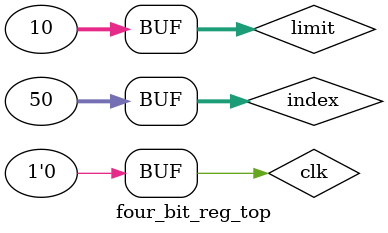
<source format=v>
`timescale 1ms/1ps // For realtime simulation

module four_bit_reg_top();

	reg [3:0] in_d;
	reg in_enable;
	reg in_reset;
	reg clk;
	wire [3:0] q;
	integer index;
	integer limit = 10;
	reg [5:0] data;

	// Drive clock
	initial begin
		clk = 1'b0;
		#10000
		for ( index = 0 ; index < 50 ; index = index + 1 ) begin
			#100000 clk = ~clk;
		end
	end
	
	// New data and display new data
	always @ ( negedge clk ) begin
		data = ($urandom%38);
		in_reset = data[5];
		in_enable = data[4];
		in_d = data[3:0];
		#1 $display("Next values | Reset: %d", in_reset, " | Enable: %d", in_enable, " | D: %d", in_d);
	end

	// Show data after clock pulse
	always @ ( posedge clk ) begin
		#1 $display("Clock pulse | Q: %d", q);
	end
	
	// The student's design
	four_bit_reg four_bit_reg(.q(q), .d(in_d), .enable(in_enable), .clk(clk), .reset(in_reset));

endmodule

</source>
